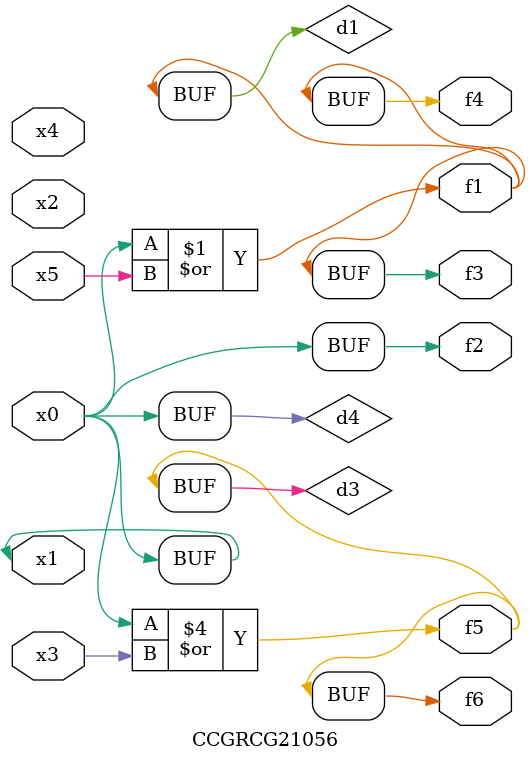
<source format=v>
module CCGRCG21056(
	input x0, x1, x2, x3, x4, x5,
	output f1, f2, f3, f4, f5, f6
);

	wire d1, d2, d3, d4;

	or (d1, x0, x5);
	xnor (d2, x1, x4);
	or (d3, x0, x3);
	buf (d4, x0, x1);
	assign f1 = d1;
	assign f2 = d4;
	assign f3 = d1;
	assign f4 = d1;
	assign f5 = d3;
	assign f6 = d3;
endmodule

</source>
